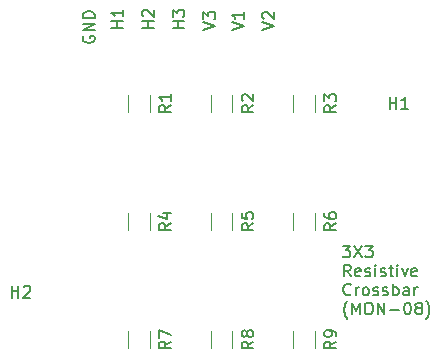
<source format=gbr>
%TF.GenerationSoftware,KiCad,Pcbnew,8.0.1*%
%TF.CreationDate,2024-04-03T16:17:18+05:30*%
%TF.ProjectId,ResistiveCrossbar,52657369-7374-4697-9665-43726f737362,rev?*%
%TF.SameCoordinates,Original*%
%TF.FileFunction,Legend,Top*%
%TF.FilePolarity,Positive*%
%FSLAX46Y46*%
G04 Gerber Fmt 4.6, Leading zero omitted, Abs format (unit mm)*
G04 Created by KiCad (PCBNEW 8.0.1) date 2024-04-03 16:17:18*
%MOMM*%
%LPD*%
G01*
G04 APERTURE LIST*
%ADD10C,0.200000*%
%ADD11C,0.120000*%
G04 APERTURE END LIST*
D10*
X140467219Y-47773183D02*
X141467219Y-47439850D01*
X141467219Y-47439850D02*
X140467219Y-47106517D01*
X140562457Y-46820802D02*
X140514838Y-46773183D01*
X140514838Y-46773183D02*
X140467219Y-46677945D01*
X140467219Y-46677945D02*
X140467219Y-46439850D01*
X140467219Y-46439850D02*
X140514838Y-46344612D01*
X140514838Y-46344612D02*
X140562457Y-46296993D01*
X140562457Y-46296993D02*
X140657695Y-46249374D01*
X140657695Y-46249374D02*
X140752933Y-46249374D01*
X140752933Y-46249374D02*
X140895790Y-46296993D01*
X140895790Y-46296993D02*
X141467219Y-46868421D01*
X141467219Y-46868421D02*
X141467219Y-46249374D01*
X137867219Y-47773183D02*
X138867219Y-47439850D01*
X138867219Y-47439850D02*
X137867219Y-47106517D01*
X138867219Y-46249374D02*
X138867219Y-46820802D01*
X138867219Y-46535088D02*
X137867219Y-46535088D01*
X137867219Y-46535088D02*
X138010076Y-46630326D01*
X138010076Y-46630326D02*
X138105314Y-46725564D01*
X138105314Y-46725564D02*
X138152933Y-46820802D01*
X135467219Y-47773183D02*
X136467219Y-47439850D01*
X136467219Y-47439850D02*
X135467219Y-47106517D01*
X135467219Y-46868421D02*
X135467219Y-46249374D01*
X135467219Y-46249374D02*
X135848171Y-46582707D01*
X135848171Y-46582707D02*
X135848171Y-46439850D01*
X135848171Y-46439850D02*
X135895790Y-46344612D01*
X135895790Y-46344612D02*
X135943409Y-46296993D01*
X135943409Y-46296993D02*
X136038647Y-46249374D01*
X136038647Y-46249374D02*
X136276742Y-46249374D01*
X136276742Y-46249374D02*
X136371980Y-46296993D01*
X136371980Y-46296993D02*
X136419600Y-46344612D01*
X136419600Y-46344612D02*
X136467219Y-46439850D01*
X136467219Y-46439850D02*
X136467219Y-46725564D01*
X136467219Y-46725564D02*
X136419600Y-46820802D01*
X136419600Y-46820802D02*
X136371980Y-46868421D01*
X133867219Y-47630326D02*
X132867219Y-47630326D01*
X133343409Y-47630326D02*
X133343409Y-47058898D01*
X133867219Y-47058898D02*
X132867219Y-47058898D01*
X132867219Y-46677945D02*
X132867219Y-46058898D01*
X132867219Y-46058898D02*
X133248171Y-46392231D01*
X133248171Y-46392231D02*
X133248171Y-46249374D01*
X133248171Y-46249374D02*
X133295790Y-46154136D01*
X133295790Y-46154136D02*
X133343409Y-46106517D01*
X133343409Y-46106517D02*
X133438647Y-46058898D01*
X133438647Y-46058898D02*
X133676742Y-46058898D01*
X133676742Y-46058898D02*
X133771980Y-46106517D01*
X133771980Y-46106517D02*
X133819600Y-46154136D01*
X133819600Y-46154136D02*
X133867219Y-46249374D01*
X133867219Y-46249374D02*
X133867219Y-46535088D01*
X133867219Y-46535088D02*
X133819600Y-46630326D01*
X133819600Y-46630326D02*
X133771980Y-46677945D01*
X131267219Y-47630326D02*
X130267219Y-47630326D01*
X130743409Y-47630326D02*
X130743409Y-47058898D01*
X131267219Y-47058898D02*
X130267219Y-47058898D01*
X130362457Y-46630326D02*
X130314838Y-46582707D01*
X130314838Y-46582707D02*
X130267219Y-46487469D01*
X130267219Y-46487469D02*
X130267219Y-46249374D01*
X130267219Y-46249374D02*
X130314838Y-46154136D01*
X130314838Y-46154136D02*
X130362457Y-46106517D01*
X130362457Y-46106517D02*
X130457695Y-46058898D01*
X130457695Y-46058898D02*
X130552933Y-46058898D01*
X130552933Y-46058898D02*
X130695790Y-46106517D01*
X130695790Y-46106517D02*
X131267219Y-46677945D01*
X131267219Y-46677945D02*
X131267219Y-46058898D01*
X128667219Y-47630326D02*
X127667219Y-47630326D01*
X128143409Y-47630326D02*
X128143409Y-47058898D01*
X128667219Y-47058898D02*
X127667219Y-47058898D01*
X128667219Y-46058898D02*
X128667219Y-46630326D01*
X128667219Y-46344612D02*
X127667219Y-46344612D01*
X127667219Y-46344612D02*
X127810076Y-46439850D01*
X127810076Y-46439850D02*
X127905314Y-46535088D01*
X127905314Y-46535088D02*
X127952933Y-46630326D01*
X125314838Y-48306517D02*
X125267219Y-48401755D01*
X125267219Y-48401755D02*
X125267219Y-48544612D01*
X125267219Y-48544612D02*
X125314838Y-48687469D01*
X125314838Y-48687469D02*
X125410076Y-48782707D01*
X125410076Y-48782707D02*
X125505314Y-48830326D01*
X125505314Y-48830326D02*
X125695790Y-48877945D01*
X125695790Y-48877945D02*
X125838647Y-48877945D01*
X125838647Y-48877945D02*
X126029123Y-48830326D01*
X126029123Y-48830326D02*
X126124361Y-48782707D01*
X126124361Y-48782707D02*
X126219600Y-48687469D01*
X126219600Y-48687469D02*
X126267219Y-48544612D01*
X126267219Y-48544612D02*
X126267219Y-48449374D01*
X126267219Y-48449374D02*
X126219600Y-48306517D01*
X126219600Y-48306517D02*
X126171980Y-48258898D01*
X126171980Y-48258898D02*
X125838647Y-48258898D01*
X125838647Y-48258898D02*
X125838647Y-48449374D01*
X126267219Y-47830326D02*
X125267219Y-47830326D01*
X125267219Y-47830326D02*
X126267219Y-47258898D01*
X126267219Y-47258898D02*
X125267219Y-47258898D01*
X126267219Y-46782707D02*
X125267219Y-46782707D01*
X125267219Y-46782707D02*
X125267219Y-46544612D01*
X125267219Y-46544612D02*
X125314838Y-46401755D01*
X125314838Y-46401755D02*
X125410076Y-46306517D01*
X125410076Y-46306517D02*
X125505314Y-46258898D01*
X125505314Y-46258898D02*
X125695790Y-46211279D01*
X125695790Y-46211279D02*
X125838647Y-46211279D01*
X125838647Y-46211279D02*
X126029123Y-46258898D01*
X126029123Y-46258898D02*
X126124361Y-46306517D01*
X126124361Y-46306517D02*
X126219600Y-46401755D01*
X126219600Y-46401755D02*
X126267219Y-46544612D01*
X126267219Y-46544612D02*
X126267219Y-46782707D01*
X147274435Y-66037387D02*
X147893482Y-66037387D01*
X147893482Y-66037387D02*
X147560149Y-66418339D01*
X147560149Y-66418339D02*
X147703006Y-66418339D01*
X147703006Y-66418339D02*
X147798244Y-66465958D01*
X147798244Y-66465958D02*
X147845863Y-66513577D01*
X147845863Y-66513577D02*
X147893482Y-66608815D01*
X147893482Y-66608815D02*
X147893482Y-66846910D01*
X147893482Y-66846910D02*
X147845863Y-66942148D01*
X147845863Y-66942148D02*
X147798244Y-66989768D01*
X147798244Y-66989768D02*
X147703006Y-67037387D01*
X147703006Y-67037387D02*
X147417292Y-67037387D01*
X147417292Y-67037387D02*
X147322054Y-66989768D01*
X147322054Y-66989768D02*
X147274435Y-66942148D01*
X148226816Y-66037387D02*
X148893482Y-67037387D01*
X148893482Y-66037387D02*
X148226816Y-67037387D01*
X149179197Y-66037387D02*
X149798244Y-66037387D01*
X149798244Y-66037387D02*
X149464911Y-66418339D01*
X149464911Y-66418339D02*
X149607768Y-66418339D01*
X149607768Y-66418339D02*
X149703006Y-66465958D01*
X149703006Y-66465958D02*
X149750625Y-66513577D01*
X149750625Y-66513577D02*
X149798244Y-66608815D01*
X149798244Y-66608815D02*
X149798244Y-66846910D01*
X149798244Y-66846910D02*
X149750625Y-66942148D01*
X149750625Y-66942148D02*
X149703006Y-66989768D01*
X149703006Y-66989768D02*
X149607768Y-67037387D01*
X149607768Y-67037387D02*
X149322054Y-67037387D01*
X149322054Y-67037387D02*
X149226816Y-66989768D01*
X149226816Y-66989768D02*
X149179197Y-66942148D01*
X147941101Y-68647331D02*
X147607768Y-68171140D01*
X147369673Y-68647331D02*
X147369673Y-67647331D01*
X147369673Y-67647331D02*
X147750625Y-67647331D01*
X147750625Y-67647331D02*
X147845863Y-67694950D01*
X147845863Y-67694950D02*
X147893482Y-67742569D01*
X147893482Y-67742569D02*
X147941101Y-67837807D01*
X147941101Y-67837807D02*
X147941101Y-67980664D01*
X147941101Y-67980664D02*
X147893482Y-68075902D01*
X147893482Y-68075902D02*
X147845863Y-68123521D01*
X147845863Y-68123521D02*
X147750625Y-68171140D01*
X147750625Y-68171140D02*
X147369673Y-68171140D01*
X148750625Y-68599712D02*
X148655387Y-68647331D01*
X148655387Y-68647331D02*
X148464911Y-68647331D01*
X148464911Y-68647331D02*
X148369673Y-68599712D01*
X148369673Y-68599712D02*
X148322054Y-68504473D01*
X148322054Y-68504473D02*
X148322054Y-68123521D01*
X148322054Y-68123521D02*
X148369673Y-68028283D01*
X148369673Y-68028283D02*
X148464911Y-67980664D01*
X148464911Y-67980664D02*
X148655387Y-67980664D01*
X148655387Y-67980664D02*
X148750625Y-68028283D01*
X148750625Y-68028283D02*
X148798244Y-68123521D01*
X148798244Y-68123521D02*
X148798244Y-68218759D01*
X148798244Y-68218759D02*
X148322054Y-68313997D01*
X149179197Y-68599712D02*
X149274435Y-68647331D01*
X149274435Y-68647331D02*
X149464911Y-68647331D01*
X149464911Y-68647331D02*
X149560149Y-68599712D01*
X149560149Y-68599712D02*
X149607768Y-68504473D01*
X149607768Y-68504473D02*
X149607768Y-68456854D01*
X149607768Y-68456854D02*
X149560149Y-68361616D01*
X149560149Y-68361616D02*
X149464911Y-68313997D01*
X149464911Y-68313997D02*
X149322054Y-68313997D01*
X149322054Y-68313997D02*
X149226816Y-68266378D01*
X149226816Y-68266378D02*
X149179197Y-68171140D01*
X149179197Y-68171140D02*
X149179197Y-68123521D01*
X149179197Y-68123521D02*
X149226816Y-68028283D01*
X149226816Y-68028283D02*
X149322054Y-67980664D01*
X149322054Y-67980664D02*
X149464911Y-67980664D01*
X149464911Y-67980664D02*
X149560149Y-68028283D01*
X150036340Y-68647331D02*
X150036340Y-67980664D01*
X150036340Y-67647331D02*
X149988721Y-67694950D01*
X149988721Y-67694950D02*
X150036340Y-67742569D01*
X150036340Y-67742569D02*
X150083959Y-67694950D01*
X150083959Y-67694950D02*
X150036340Y-67647331D01*
X150036340Y-67647331D02*
X150036340Y-67742569D01*
X150464911Y-68599712D02*
X150560149Y-68647331D01*
X150560149Y-68647331D02*
X150750625Y-68647331D01*
X150750625Y-68647331D02*
X150845863Y-68599712D01*
X150845863Y-68599712D02*
X150893482Y-68504473D01*
X150893482Y-68504473D02*
X150893482Y-68456854D01*
X150893482Y-68456854D02*
X150845863Y-68361616D01*
X150845863Y-68361616D02*
X150750625Y-68313997D01*
X150750625Y-68313997D02*
X150607768Y-68313997D01*
X150607768Y-68313997D02*
X150512530Y-68266378D01*
X150512530Y-68266378D02*
X150464911Y-68171140D01*
X150464911Y-68171140D02*
X150464911Y-68123521D01*
X150464911Y-68123521D02*
X150512530Y-68028283D01*
X150512530Y-68028283D02*
X150607768Y-67980664D01*
X150607768Y-67980664D02*
X150750625Y-67980664D01*
X150750625Y-67980664D02*
X150845863Y-68028283D01*
X151179197Y-67980664D02*
X151560149Y-67980664D01*
X151322054Y-67647331D02*
X151322054Y-68504473D01*
X151322054Y-68504473D02*
X151369673Y-68599712D01*
X151369673Y-68599712D02*
X151464911Y-68647331D01*
X151464911Y-68647331D02*
X151560149Y-68647331D01*
X151893483Y-68647331D02*
X151893483Y-67980664D01*
X151893483Y-67647331D02*
X151845864Y-67694950D01*
X151845864Y-67694950D02*
X151893483Y-67742569D01*
X151893483Y-67742569D02*
X151941102Y-67694950D01*
X151941102Y-67694950D02*
X151893483Y-67647331D01*
X151893483Y-67647331D02*
X151893483Y-67742569D01*
X152274435Y-67980664D02*
X152512530Y-68647331D01*
X152512530Y-68647331D02*
X152750625Y-67980664D01*
X153512530Y-68599712D02*
X153417292Y-68647331D01*
X153417292Y-68647331D02*
X153226816Y-68647331D01*
X153226816Y-68647331D02*
X153131578Y-68599712D01*
X153131578Y-68599712D02*
X153083959Y-68504473D01*
X153083959Y-68504473D02*
X153083959Y-68123521D01*
X153083959Y-68123521D02*
X153131578Y-68028283D01*
X153131578Y-68028283D02*
X153226816Y-67980664D01*
X153226816Y-67980664D02*
X153417292Y-67980664D01*
X153417292Y-67980664D02*
X153512530Y-68028283D01*
X153512530Y-68028283D02*
X153560149Y-68123521D01*
X153560149Y-68123521D02*
X153560149Y-68218759D01*
X153560149Y-68218759D02*
X153083959Y-68313997D01*
X147941101Y-70162036D02*
X147893482Y-70209656D01*
X147893482Y-70209656D02*
X147750625Y-70257275D01*
X147750625Y-70257275D02*
X147655387Y-70257275D01*
X147655387Y-70257275D02*
X147512530Y-70209656D01*
X147512530Y-70209656D02*
X147417292Y-70114417D01*
X147417292Y-70114417D02*
X147369673Y-70019179D01*
X147369673Y-70019179D02*
X147322054Y-69828703D01*
X147322054Y-69828703D02*
X147322054Y-69685846D01*
X147322054Y-69685846D02*
X147369673Y-69495370D01*
X147369673Y-69495370D02*
X147417292Y-69400132D01*
X147417292Y-69400132D02*
X147512530Y-69304894D01*
X147512530Y-69304894D02*
X147655387Y-69257275D01*
X147655387Y-69257275D02*
X147750625Y-69257275D01*
X147750625Y-69257275D02*
X147893482Y-69304894D01*
X147893482Y-69304894D02*
X147941101Y-69352513D01*
X148369673Y-70257275D02*
X148369673Y-69590608D01*
X148369673Y-69781084D02*
X148417292Y-69685846D01*
X148417292Y-69685846D02*
X148464911Y-69638227D01*
X148464911Y-69638227D02*
X148560149Y-69590608D01*
X148560149Y-69590608D02*
X148655387Y-69590608D01*
X149131578Y-70257275D02*
X149036340Y-70209656D01*
X149036340Y-70209656D02*
X148988721Y-70162036D01*
X148988721Y-70162036D02*
X148941102Y-70066798D01*
X148941102Y-70066798D02*
X148941102Y-69781084D01*
X148941102Y-69781084D02*
X148988721Y-69685846D01*
X148988721Y-69685846D02*
X149036340Y-69638227D01*
X149036340Y-69638227D02*
X149131578Y-69590608D01*
X149131578Y-69590608D02*
X149274435Y-69590608D01*
X149274435Y-69590608D02*
X149369673Y-69638227D01*
X149369673Y-69638227D02*
X149417292Y-69685846D01*
X149417292Y-69685846D02*
X149464911Y-69781084D01*
X149464911Y-69781084D02*
X149464911Y-70066798D01*
X149464911Y-70066798D02*
X149417292Y-70162036D01*
X149417292Y-70162036D02*
X149369673Y-70209656D01*
X149369673Y-70209656D02*
X149274435Y-70257275D01*
X149274435Y-70257275D02*
X149131578Y-70257275D01*
X149845864Y-70209656D02*
X149941102Y-70257275D01*
X149941102Y-70257275D02*
X150131578Y-70257275D01*
X150131578Y-70257275D02*
X150226816Y-70209656D01*
X150226816Y-70209656D02*
X150274435Y-70114417D01*
X150274435Y-70114417D02*
X150274435Y-70066798D01*
X150274435Y-70066798D02*
X150226816Y-69971560D01*
X150226816Y-69971560D02*
X150131578Y-69923941D01*
X150131578Y-69923941D02*
X149988721Y-69923941D01*
X149988721Y-69923941D02*
X149893483Y-69876322D01*
X149893483Y-69876322D02*
X149845864Y-69781084D01*
X149845864Y-69781084D02*
X149845864Y-69733465D01*
X149845864Y-69733465D02*
X149893483Y-69638227D01*
X149893483Y-69638227D02*
X149988721Y-69590608D01*
X149988721Y-69590608D02*
X150131578Y-69590608D01*
X150131578Y-69590608D02*
X150226816Y-69638227D01*
X150655388Y-70209656D02*
X150750626Y-70257275D01*
X150750626Y-70257275D02*
X150941102Y-70257275D01*
X150941102Y-70257275D02*
X151036340Y-70209656D01*
X151036340Y-70209656D02*
X151083959Y-70114417D01*
X151083959Y-70114417D02*
X151083959Y-70066798D01*
X151083959Y-70066798D02*
X151036340Y-69971560D01*
X151036340Y-69971560D02*
X150941102Y-69923941D01*
X150941102Y-69923941D02*
X150798245Y-69923941D01*
X150798245Y-69923941D02*
X150703007Y-69876322D01*
X150703007Y-69876322D02*
X150655388Y-69781084D01*
X150655388Y-69781084D02*
X150655388Y-69733465D01*
X150655388Y-69733465D02*
X150703007Y-69638227D01*
X150703007Y-69638227D02*
X150798245Y-69590608D01*
X150798245Y-69590608D02*
X150941102Y-69590608D01*
X150941102Y-69590608D02*
X151036340Y-69638227D01*
X151512531Y-70257275D02*
X151512531Y-69257275D01*
X151512531Y-69638227D02*
X151607769Y-69590608D01*
X151607769Y-69590608D02*
X151798245Y-69590608D01*
X151798245Y-69590608D02*
X151893483Y-69638227D01*
X151893483Y-69638227D02*
X151941102Y-69685846D01*
X151941102Y-69685846D02*
X151988721Y-69781084D01*
X151988721Y-69781084D02*
X151988721Y-70066798D01*
X151988721Y-70066798D02*
X151941102Y-70162036D01*
X151941102Y-70162036D02*
X151893483Y-70209656D01*
X151893483Y-70209656D02*
X151798245Y-70257275D01*
X151798245Y-70257275D02*
X151607769Y-70257275D01*
X151607769Y-70257275D02*
X151512531Y-70209656D01*
X152845864Y-70257275D02*
X152845864Y-69733465D01*
X152845864Y-69733465D02*
X152798245Y-69638227D01*
X152798245Y-69638227D02*
X152703007Y-69590608D01*
X152703007Y-69590608D02*
X152512531Y-69590608D01*
X152512531Y-69590608D02*
X152417293Y-69638227D01*
X152845864Y-70209656D02*
X152750626Y-70257275D01*
X152750626Y-70257275D02*
X152512531Y-70257275D01*
X152512531Y-70257275D02*
X152417293Y-70209656D01*
X152417293Y-70209656D02*
X152369674Y-70114417D01*
X152369674Y-70114417D02*
X152369674Y-70019179D01*
X152369674Y-70019179D02*
X152417293Y-69923941D01*
X152417293Y-69923941D02*
X152512531Y-69876322D01*
X152512531Y-69876322D02*
X152750626Y-69876322D01*
X152750626Y-69876322D02*
X152845864Y-69828703D01*
X153322055Y-70257275D02*
X153322055Y-69590608D01*
X153322055Y-69781084D02*
X153369674Y-69685846D01*
X153369674Y-69685846D02*
X153417293Y-69638227D01*
X153417293Y-69638227D02*
X153512531Y-69590608D01*
X153512531Y-69590608D02*
X153607769Y-69590608D01*
X147655387Y-72248171D02*
X147607768Y-72200552D01*
X147607768Y-72200552D02*
X147512530Y-72057695D01*
X147512530Y-72057695D02*
X147464911Y-71962457D01*
X147464911Y-71962457D02*
X147417292Y-71819600D01*
X147417292Y-71819600D02*
X147369673Y-71581504D01*
X147369673Y-71581504D02*
X147369673Y-71391028D01*
X147369673Y-71391028D02*
X147417292Y-71152933D01*
X147417292Y-71152933D02*
X147464911Y-71010076D01*
X147464911Y-71010076D02*
X147512530Y-70914838D01*
X147512530Y-70914838D02*
X147607768Y-70771980D01*
X147607768Y-70771980D02*
X147655387Y-70724361D01*
X148036340Y-71867219D02*
X148036340Y-70867219D01*
X148036340Y-70867219D02*
X148369673Y-71581504D01*
X148369673Y-71581504D02*
X148703006Y-70867219D01*
X148703006Y-70867219D02*
X148703006Y-71867219D01*
X149369673Y-70867219D02*
X149560149Y-70867219D01*
X149560149Y-70867219D02*
X149655387Y-70914838D01*
X149655387Y-70914838D02*
X149750625Y-71010076D01*
X149750625Y-71010076D02*
X149798244Y-71200552D01*
X149798244Y-71200552D02*
X149798244Y-71533885D01*
X149798244Y-71533885D02*
X149750625Y-71724361D01*
X149750625Y-71724361D02*
X149655387Y-71819600D01*
X149655387Y-71819600D02*
X149560149Y-71867219D01*
X149560149Y-71867219D02*
X149369673Y-71867219D01*
X149369673Y-71867219D02*
X149274435Y-71819600D01*
X149274435Y-71819600D02*
X149179197Y-71724361D01*
X149179197Y-71724361D02*
X149131578Y-71533885D01*
X149131578Y-71533885D02*
X149131578Y-71200552D01*
X149131578Y-71200552D02*
X149179197Y-71010076D01*
X149179197Y-71010076D02*
X149274435Y-70914838D01*
X149274435Y-70914838D02*
X149369673Y-70867219D01*
X150226816Y-71867219D02*
X150226816Y-70867219D01*
X150226816Y-70867219D02*
X150798244Y-71867219D01*
X150798244Y-71867219D02*
X150798244Y-70867219D01*
X151274435Y-71486266D02*
X152036340Y-71486266D01*
X152703006Y-70867219D02*
X152798244Y-70867219D01*
X152798244Y-70867219D02*
X152893482Y-70914838D01*
X152893482Y-70914838D02*
X152941101Y-70962457D01*
X152941101Y-70962457D02*
X152988720Y-71057695D01*
X152988720Y-71057695D02*
X153036339Y-71248171D01*
X153036339Y-71248171D02*
X153036339Y-71486266D01*
X153036339Y-71486266D02*
X152988720Y-71676742D01*
X152988720Y-71676742D02*
X152941101Y-71771980D01*
X152941101Y-71771980D02*
X152893482Y-71819600D01*
X152893482Y-71819600D02*
X152798244Y-71867219D01*
X152798244Y-71867219D02*
X152703006Y-71867219D01*
X152703006Y-71867219D02*
X152607768Y-71819600D01*
X152607768Y-71819600D02*
X152560149Y-71771980D01*
X152560149Y-71771980D02*
X152512530Y-71676742D01*
X152512530Y-71676742D02*
X152464911Y-71486266D01*
X152464911Y-71486266D02*
X152464911Y-71248171D01*
X152464911Y-71248171D02*
X152512530Y-71057695D01*
X152512530Y-71057695D02*
X152560149Y-70962457D01*
X152560149Y-70962457D02*
X152607768Y-70914838D01*
X152607768Y-70914838D02*
X152703006Y-70867219D01*
X153607768Y-71295790D02*
X153512530Y-71248171D01*
X153512530Y-71248171D02*
X153464911Y-71200552D01*
X153464911Y-71200552D02*
X153417292Y-71105314D01*
X153417292Y-71105314D02*
X153417292Y-71057695D01*
X153417292Y-71057695D02*
X153464911Y-70962457D01*
X153464911Y-70962457D02*
X153512530Y-70914838D01*
X153512530Y-70914838D02*
X153607768Y-70867219D01*
X153607768Y-70867219D02*
X153798244Y-70867219D01*
X153798244Y-70867219D02*
X153893482Y-70914838D01*
X153893482Y-70914838D02*
X153941101Y-70962457D01*
X153941101Y-70962457D02*
X153988720Y-71057695D01*
X153988720Y-71057695D02*
X153988720Y-71105314D01*
X153988720Y-71105314D02*
X153941101Y-71200552D01*
X153941101Y-71200552D02*
X153893482Y-71248171D01*
X153893482Y-71248171D02*
X153798244Y-71295790D01*
X153798244Y-71295790D02*
X153607768Y-71295790D01*
X153607768Y-71295790D02*
X153512530Y-71343409D01*
X153512530Y-71343409D02*
X153464911Y-71391028D01*
X153464911Y-71391028D02*
X153417292Y-71486266D01*
X153417292Y-71486266D02*
X153417292Y-71676742D01*
X153417292Y-71676742D02*
X153464911Y-71771980D01*
X153464911Y-71771980D02*
X153512530Y-71819600D01*
X153512530Y-71819600D02*
X153607768Y-71867219D01*
X153607768Y-71867219D02*
X153798244Y-71867219D01*
X153798244Y-71867219D02*
X153893482Y-71819600D01*
X153893482Y-71819600D02*
X153941101Y-71771980D01*
X153941101Y-71771980D02*
X153988720Y-71676742D01*
X153988720Y-71676742D02*
X153988720Y-71486266D01*
X153988720Y-71486266D02*
X153941101Y-71391028D01*
X153941101Y-71391028D02*
X153893482Y-71343409D01*
X153893482Y-71343409D02*
X153798244Y-71295790D01*
X154322054Y-72248171D02*
X154369673Y-72200552D01*
X154369673Y-72200552D02*
X154464911Y-72057695D01*
X154464911Y-72057695D02*
X154512530Y-71962457D01*
X154512530Y-71962457D02*
X154560149Y-71819600D01*
X154560149Y-71819600D02*
X154607768Y-71581504D01*
X154607768Y-71581504D02*
X154607768Y-71391028D01*
X154607768Y-71391028D02*
X154560149Y-71152933D01*
X154560149Y-71152933D02*
X154512530Y-71010076D01*
X154512530Y-71010076D02*
X154464911Y-70914838D01*
X154464911Y-70914838D02*
X154369673Y-70771980D01*
X154369673Y-70771980D02*
X154322054Y-70724361D01*
X146702219Y-54166666D02*
X146226028Y-54499999D01*
X146702219Y-54738094D02*
X145702219Y-54738094D01*
X145702219Y-54738094D02*
X145702219Y-54357142D01*
X145702219Y-54357142D02*
X145749838Y-54261904D01*
X145749838Y-54261904D02*
X145797457Y-54214285D01*
X145797457Y-54214285D02*
X145892695Y-54166666D01*
X145892695Y-54166666D02*
X146035552Y-54166666D01*
X146035552Y-54166666D02*
X146130790Y-54214285D01*
X146130790Y-54214285D02*
X146178409Y-54261904D01*
X146178409Y-54261904D02*
X146226028Y-54357142D01*
X146226028Y-54357142D02*
X146226028Y-54738094D01*
X145702219Y-53833332D02*
X145702219Y-53214285D01*
X145702219Y-53214285D02*
X146083171Y-53547618D01*
X146083171Y-53547618D02*
X146083171Y-53404761D01*
X146083171Y-53404761D02*
X146130790Y-53309523D01*
X146130790Y-53309523D02*
X146178409Y-53261904D01*
X146178409Y-53261904D02*
X146273647Y-53214285D01*
X146273647Y-53214285D02*
X146511742Y-53214285D01*
X146511742Y-53214285D02*
X146606980Y-53261904D01*
X146606980Y-53261904D02*
X146654600Y-53309523D01*
X146654600Y-53309523D02*
X146702219Y-53404761D01*
X146702219Y-53404761D02*
X146702219Y-53690475D01*
X146702219Y-53690475D02*
X146654600Y-53785713D01*
X146654600Y-53785713D02*
X146606980Y-53833332D01*
X146702219Y-64166666D02*
X146226028Y-64499999D01*
X146702219Y-64738094D02*
X145702219Y-64738094D01*
X145702219Y-64738094D02*
X145702219Y-64357142D01*
X145702219Y-64357142D02*
X145749838Y-64261904D01*
X145749838Y-64261904D02*
X145797457Y-64214285D01*
X145797457Y-64214285D02*
X145892695Y-64166666D01*
X145892695Y-64166666D02*
X146035552Y-64166666D01*
X146035552Y-64166666D02*
X146130790Y-64214285D01*
X146130790Y-64214285D02*
X146178409Y-64261904D01*
X146178409Y-64261904D02*
X146226028Y-64357142D01*
X146226028Y-64357142D02*
X146226028Y-64738094D01*
X145702219Y-63309523D02*
X145702219Y-63499999D01*
X145702219Y-63499999D02*
X145749838Y-63595237D01*
X145749838Y-63595237D02*
X145797457Y-63642856D01*
X145797457Y-63642856D02*
X145940314Y-63738094D01*
X145940314Y-63738094D02*
X146130790Y-63785713D01*
X146130790Y-63785713D02*
X146511742Y-63785713D01*
X146511742Y-63785713D02*
X146606980Y-63738094D01*
X146606980Y-63738094D02*
X146654600Y-63690475D01*
X146654600Y-63690475D02*
X146702219Y-63595237D01*
X146702219Y-63595237D02*
X146702219Y-63404761D01*
X146702219Y-63404761D02*
X146654600Y-63309523D01*
X146654600Y-63309523D02*
X146606980Y-63261904D01*
X146606980Y-63261904D02*
X146511742Y-63214285D01*
X146511742Y-63214285D02*
X146273647Y-63214285D01*
X146273647Y-63214285D02*
X146178409Y-63261904D01*
X146178409Y-63261904D02*
X146130790Y-63309523D01*
X146130790Y-63309523D02*
X146083171Y-63404761D01*
X146083171Y-63404761D02*
X146083171Y-63595237D01*
X146083171Y-63595237D02*
X146130790Y-63690475D01*
X146130790Y-63690475D02*
X146178409Y-63738094D01*
X146178409Y-63738094D02*
X146273647Y-63785713D01*
X132702219Y-74166666D02*
X132226028Y-74499999D01*
X132702219Y-74738094D02*
X131702219Y-74738094D01*
X131702219Y-74738094D02*
X131702219Y-74357142D01*
X131702219Y-74357142D02*
X131749838Y-74261904D01*
X131749838Y-74261904D02*
X131797457Y-74214285D01*
X131797457Y-74214285D02*
X131892695Y-74166666D01*
X131892695Y-74166666D02*
X132035552Y-74166666D01*
X132035552Y-74166666D02*
X132130790Y-74214285D01*
X132130790Y-74214285D02*
X132178409Y-74261904D01*
X132178409Y-74261904D02*
X132226028Y-74357142D01*
X132226028Y-74357142D02*
X132226028Y-74738094D01*
X131702219Y-73833332D02*
X131702219Y-73166666D01*
X131702219Y-73166666D02*
X132702219Y-73595237D01*
X139702219Y-64166666D02*
X139226028Y-64499999D01*
X139702219Y-64738094D02*
X138702219Y-64738094D01*
X138702219Y-64738094D02*
X138702219Y-64357142D01*
X138702219Y-64357142D02*
X138749838Y-64261904D01*
X138749838Y-64261904D02*
X138797457Y-64214285D01*
X138797457Y-64214285D02*
X138892695Y-64166666D01*
X138892695Y-64166666D02*
X139035552Y-64166666D01*
X139035552Y-64166666D02*
X139130790Y-64214285D01*
X139130790Y-64214285D02*
X139178409Y-64261904D01*
X139178409Y-64261904D02*
X139226028Y-64357142D01*
X139226028Y-64357142D02*
X139226028Y-64738094D01*
X138702219Y-63261904D02*
X138702219Y-63738094D01*
X138702219Y-63738094D02*
X139178409Y-63785713D01*
X139178409Y-63785713D02*
X139130790Y-63738094D01*
X139130790Y-63738094D02*
X139083171Y-63642856D01*
X139083171Y-63642856D02*
X139083171Y-63404761D01*
X139083171Y-63404761D02*
X139130790Y-63309523D01*
X139130790Y-63309523D02*
X139178409Y-63261904D01*
X139178409Y-63261904D02*
X139273647Y-63214285D01*
X139273647Y-63214285D02*
X139511742Y-63214285D01*
X139511742Y-63214285D02*
X139606980Y-63261904D01*
X139606980Y-63261904D02*
X139654600Y-63309523D01*
X139654600Y-63309523D02*
X139702219Y-63404761D01*
X139702219Y-63404761D02*
X139702219Y-63642856D01*
X139702219Y-63642856D02*
X139654600Y-63738094D01*
X139654600Y-63738094D02*
X139606980Y-63785713D01*
X146702219Y-74166666D02*
X146226028Y-74499999D01*
X146702219Y-74738094D02*
X145702219Y-74738094D01*
X145702219Y-74738094D02*
X145702219Y-74357142D01*
X145702219Y-74357142D02*
X145749838Y-74261904D01*
X145749838Y-74261904D02*
X145797457Y-74214285D01*
X145797457Y-74214285D02*
X145892695Y-74166666D01*
X145892695Y-74166666D02*
X146035552Y-74166666D01*
X146035552Y-74166666D02*
X146130790Y-74214285D01*
X146130790Y-74214285D02*
X146178409Y-74261904D01*
X146178409Y-74261904D02*
X146226028Y-74357142D01*
X146226028Y-74357142D02*
X146226028Y-74738094D01*
X146702219Y-73690475D02*
X146702219Y-73499999D01*
X146702219Y-73499999D02*
X146654600Y-73404761D01*
X146654600Y-73404761D02*
X146606980Y-73357142D01*
X146606980Y-73357142D02*
X146464123Y-73261904D01*
X146464123Y-73261904D02*
X146273647Y-73214285D01*
X146273647Y-73214285D02*
X145892695Y-73214285D01*
X145892695Y-73214285D02*
X145797457Y-73261904D01*
X145797457Y-73261904D02*
X145749838Y-73309523D01*
X145749838Y-73309523D02*
X145702219Y-73404761D01*
X145702219Y-73404761D02*
X145702219Y-73595237D01*
X145702219Y-73595237D02*
X145749838Y-73690475D01*
X145749838Y-73690475D02*
X145797457Y-73738094D01*
X145797457Y-73738094D02*
X145892695Y-73785713D01*
X145892695Y-73785713D02*
X146130790Y-73785713D01*
X146130790Y-73785713D02*
X146226028Y-73738094D01*
X146226028Y-73738094D02*
X146273647Y-73690475D01*
X146273647Y-73690475D02*
X146321266Y-73595237D01*
X146321266Y-73595237D02*
X146321266Y-73404761D01*
X146321266Y-73404761D02*
X146273647Y-73309523D01*
X146273647Y-73309523D02*
X146226028Y-73261904D01*
X146226028Y-73261904D02*
X146130790Y-73214285D01*
X139702219Y-54166666D02*
X139226028Y-54499999D01*
X139702219Y-54738094D02*
X138702219Y-54738094D01*
X138702219Y-54738094D02*
X138702219Y-54357142D01*
X138702219Y-54357142D02*
X138749838Y-54261904D01*
X138749838Y-54261904D02*
X138797457Y-54214285D01*
X138797457Y-54214285D02*
X138892695Y-54166666D01*
X138892695Y-54166666D02*
X139035552Y-54166666D01*
X139035552Y-54166666D02*
X139130790Y-54214285D01*
X139130790Y-54214285D02*
X139178409Y-54261904D01*
X139178409Y-54261904D02*
X139226028Y-54357142D01*
X139226028Y-54357142D02*
X139226028Y-54738094D01*
X138797457Y-53785713D02*
X138749838Y-53738094D01*
X138749838Y-53738094D02*
X138702219Y-53642856D01*
X138702219Y-53642856D02*
X138702219Y-53404761D01*
X138702219Y-53404761D02*
X138749838Y-53309523D01*
X138749838Y-53309523D02*
X138797457Y-53261904D01*
X138797457Y-53261904D02*
X138892695Y-53214285D01*
X138892695Y-53214285D02*
X138987933Y-53214285D01*
X138987933Y-53214285D02*
X139130790Y-53261904D01*
X139130790Y-53261904D02*
X139702219Y-53833332D01*
X139702219Y-53833332D02*
X139702219Y-53214285D01*
X119238095Y-70452219D02*
X119238095Y-69452219D01*
X119238095Y-69928409D02*
X119809523Y-69928409D01*
X119809523Y-70452219D02*
X119809523Y-69452219D01*
X120238095Y-69547457D02*
X120285714Y-69499838D01*
X120285714Y-69499838D02*
X120380952Y-69452219D01*
X120380952Y-69452219D02*
X120619047Y-69452219D01*
X120619047Y-69452219D02*
X120714285Y-69499838D01*
X120714285Y-69499838D02*
X120761904Y-69547457D01*
X120761904Y-69547457D02*
X120809523Y-69642695D01*
X120809523Y-69642695D02*
X120809523Y-69737933D01*
X120809523Y-69737933D02*
X120761904Y-69880790D01*
X120761904Y-69880790D02*
X120190476Y-70452219D01*
X120190476Y-70452219D02*
X120809523Y-70452219D01*
X132702219Y-54166666D02*
X132226028Y-54499999D01*
X132702219Y-54738094D02*
X131702219Y-54738094D01*
X131702219Y-54738094D02*
X131702219Y-54357142D01*
X131702219Y-54357142D02*
X131749838Y-54261904D01*
X131749838Y-54261904D02*
X131797457Y-54214285D01*
X131797457Y-54214285D02*
X131892695Y-54166666D01*
X131892695Y-54166666D02*
X132035552Y-54166666D01*
X132035552Y-54166666D02*
X132130790Y-54214285D01*
X132130790Y-54214285D02*
X132178409Y-54261904D01*
X132178409Y-54261904D02*
X132226028Y-54357142D01*
X132226028Y-54357142D02*
X132226028Y-54738094D01*
X132702219Y-53214285D02*
X132702219Y-53785713D01*
X132702219Y-53499999D02*
X131702219Y-53499999D01*
X131702219Y-53499999D02*
X131845076Y-53595237D01*
X131845076Y-53595237D02*
X131940314Y-53690475D01*
X131940314Y-53690475D02*
X131987933Y-53785713D01*
X139702219Y-74166666D02*
X139226028Y-74499999D01*
X139702219Y-74738094D02*
X138702219Y-74738094D01*
X138702219Y-74738094D02*
X138702219Y-74357142D01*
X138702219Y-74357142D02*
X138749838Y-74261904D01*
X138749838Y-74261904D02*
X138797457Y-74214285D01*
X138797457Y-74214285D02*
X138892695Y-74166666D01*
X138892695Y-74166666D02*
X139035552Y-74166666D01*
X139035552Y-74166666D02*
X139130790Y-74214285D01*
X139130790Y-74214285D02*
X139178409Y-74261904D01*
X139178409Y-74261904D02*
X139226028Y-74357142D01*
X139226028Y-74357142D02*
X139226028Y-74738094D01*
X139130790Y-73595237D02*
X139083171Y-73690475D01*
X139083171Y-73690475D02*
X139035552Y-73738094D01*
X139035552Y-73738094D02*
X138940314Y-73785713D01*
X138940314Y-73785713D02*
X138892695Y-73785713D01*
X138892695Y-73785713D02*
X138797457Y-73738094D01*
X138797457Y-73738094D02*
X138749838Y-73690475D01*
X138749838Y-73690475D02*
X138702219Y-73595237D01*
X138702219Y-73595237D02*
X138702219Y-73404761D01*
X138702219Y-73404761D02*
X138749838Y-73309523D01*
X138749838Y-73309523D02*
X138797457Y-73261904D01*
X138797457Y-73261904D02*
X138892695Y-73214285D01*
X138892695Y-73214285D02*
X138940314Y-73214285D01*
X138940314Y-73214285D02*
X139035552Y-73261904D01*
X139035552Y-73261904D02*
X139083171Y-73309523D01*
X139083171Y-73309523D02*
X139130790Y-73404761D01*
X139130790Y-73404761D02*
X139130790Y-73595237D01*
X139130790Y-73595237D02*
X139178409Y-73690475D01*
X139178409Y-73690475D02*
X139226028Y-73738094D01*
X139226028Y-73738094D02*
X139321266Y-73785713D01*
X139321266Y-73785713D02*
X139511742Y-73785713D01*
X139511742Y-73785713D02*
X139606980Y-73738094D01*
X139606980Y-73738094D02*
X139654600Y-73690475D01*
X139654600Y-73690475D02*
X139702219Y-73595237D01*
X139702219Y-73595237D02*
X139702219Y-73404761D01*
X139702219Y-73404761D02*
X139654600Y-73309523D01*
X139654600Y-73309523D02*
X139606980Y-73261904D01*
X139606980Y-73261904D02*
X139511742Y-73214285D01*
X139511742Y-73214285D02*
X139321266Y-73214285D01*
X139321266Y-73214285D02*
X139226028Y-73261904D01*
X139226028Y-73261904D02*
X139178409Y-73309523D01*
X139178409Y-73309523D02*
X139130790Y-73404761D01*
X151238095Y-54452219D02*
X151238095Y-53452219D01*
X151238095Y-53928409D02*
X151809523Y-53928409D01*
X151809523Y-54452219D02*
X151809523Y-53452219D01*
X152809523Y-54452219D02*
X152238095Y-54452219D01*
X152523809Y-54452219D02*
X152523809Y-53452219D01*
X152523809Y-53452219D02*
X152428571Y-53595076D01*
X152428571Y-53595076D02*
X152333333Y-53690314D01*
X152333333Y-53690314D02*
X152238095Y-53737933D01*
X132702219Y-64166666D02*
X132226028Y-64499999D01*
X132702219Y-64738094D02*
X131702219Y-64738094D01*
X131702219Y-64738094D02*
X131702219Y-64357142D01*
X131702219Y-64357142D02*
X131749838Y-64261904D01*
X131749838Y-64261904D02*
X131797457Y-64214285D01*
X131797457Y-64214285D02*
X131892695Y-64166666D01*
X131892695Y-64166666D02*
X132035552Y-64166666D01*
X132035552Y-64166666D02*
X132130790Y-64214285D01*
X132130790Y-64214285D02*
X132178409Y-64261904D01*
X132178409Y-64261904D02*
X132226028Y-64357142D01*
X132226028Y-64357142D02*
X132226028Y-64738094D01*
X132035552Y-63309523D02*
X132702219Y-63309523D01*
X131654600Y-63547618D02*
X132368885Y-63785713D01*
X132368885Y-63785713D02*
X132368885Y-63166666D01*
D11*
%TO.C,R3*%
X143090000Y-53272936D02*
X143090000Y-54727064D01*
X144910000Y-53272936D02*
X144910000Y-54727064D01*
%TO.C,R6*%
X143090000Y-63272936D02*
X143090000Y-64727064D01*
X144910000Y-63272936D02*
X144910000Y-64727064D01*
%TO.C,R7*%
X129090000Y-73272936D02*
X129090000Y-74727064D01*
X130910000Y-73272936D02*
X130910000Y-74727064D01*
%TO.C,R5*%
X136090000Y-63272936D02*
X136090000Y-64727064D01*
X137910000Y-63272936D02*
X137910000Y-64727064D01*
%TO.C,R9*%
X143090000Y-73272936D02*
X143090000Y-74727064D01*
X144910000Y-73272936D02*
X144910000Y-74727064D01*
%TO.C,R2*%
X136090000Y-53272936D02*
X136090000Y-54727064D01*
X137910000Y-53272936D02*
X137910000Y-54727064D01*
%TO.C,R1*%
X129090000Y-53272936D02*
X129090000Y-54727064D01*
X130910000Y-53272936D02*
X130910000Y-54727064D01*
%TO.C,R8*%
X136090000Y-73272936D02*
X136090000Y-74727064D01*
X137910000Y-73272936D02*
X137910000Y-74727064D01*
%TO.C,R4*%
X129090000Y-63272936D02*
X129090000Y-64727064D01*
X130910000Y-63272936D02*
X130910000Y-64727064D01*
%TD*%
M02*

</source>
